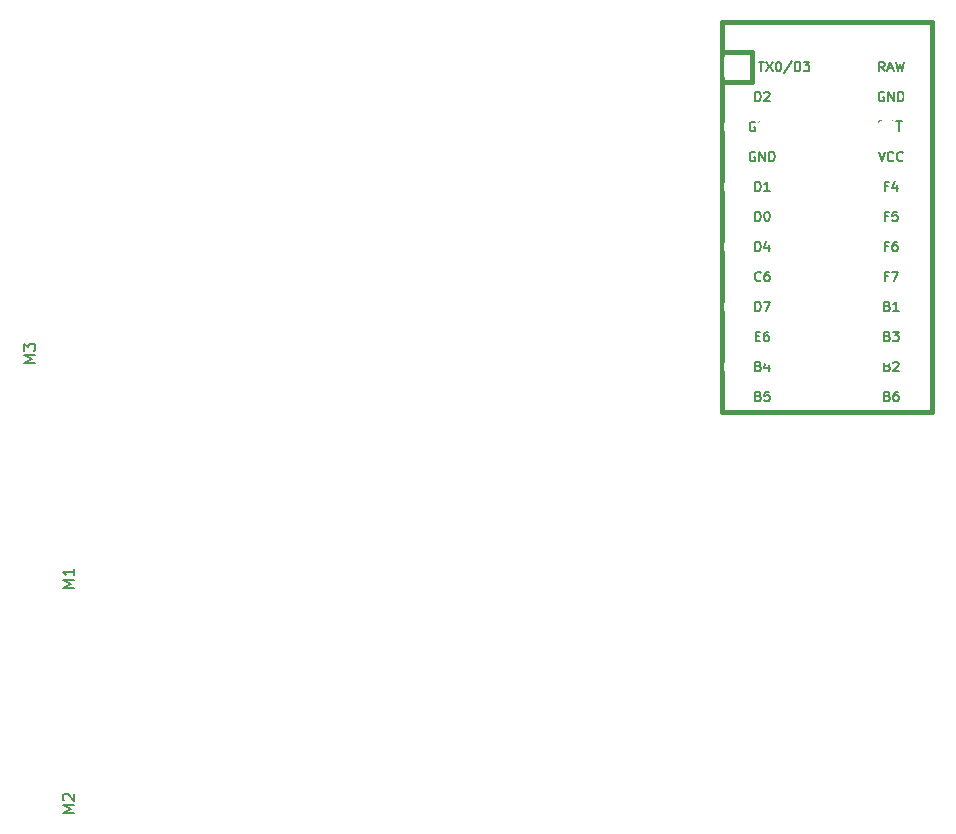
<source format=gto>
%TF.GenerationSoftware,KiCad,Pcbnew,(5.1.12)-1*%
%TF.CreationDate,2022-01-01T22:18:58-05:00*%
%TF.ProjectId,my-keeb-2,6d792d6b-6565-4622-9d32-2e6b69636164,rev?*%
%TF.SameCoordinates,Original*%
%TF.FileFunction,Legend,Top*%
%TF.FilePolarity,Positive*%
%FSLAX46Y46*%
G04 Gerber Fmt 4.6, Leading zero omitted, Abs format (unit mm)*
G04 Created by KiCad (PCBNEW (5.1.12)-1) date 2022-01-01 22:18:58*
%MOMM*%
%LPD*%
G01*
G04 APERTURE LIST*
%ADD10C,0.381000*%
%ADD11C,0.150000*%
%ADD12C,3.987800*%
%ADD13C,1.750000*%
%ADD14C,1.752600*%
%ADD15R,1.752600X1.752600*%
%ADD16R,1.600000X1.600000*%
%ADD17C,1.600000*%
G04 APERTURE END LIST*
D10*
%TO.C,U1*%
X168275000Y-15716250D02*
X165735000Y-15716250D01*
X165735000Y-13176250D02*
X165735000Y-15716250D01*
X183515000Y-13176250D02*
X165735000Y-13176250D01*
X183515000Y-15716250D02*
X183515000Y-13176250D01*
D11*
G36*
X179556568Y-22195610D02*
G01*
X179556568Y-22395610D01*
X179456568Y-22395610D01*
X179456568Y-22195610D01*
X179556568Y-22195610D01*
G37*
X179556568Y-22195610D02*
X179556568Y-22395610D01*
X179456568Y-22395610D01*
X179456568Y-22195610D01*
X179556568Y-22195610D01*
G36*
X179156568Y-21595610D02*
G01*
X179156568Y-22395610D01*
X179056568Y-22395610D01*
X179056568Y-21595610D01*
X179156568Y-21595610D01*
G37*
X179156568Y-21595610D02*
X179156568Y-22395610D01*
X179056568Y-22395610D01*
X179056568Y-21595610D01*
X179156568Y-21595610D01*
G36*
X179556568Y-21595610D02*
G01*
X179556568Y-21695610D01*
X179056568Y-21695610D01*
X179056568Y-21595610D01*
X179556568Y-21595610D01*
G37*
X179556568Y-21595610D02*
X179556568Y-21695610D01*
X179056568Y-21695610D01*
X179056568Y-21595610D01*
X179556568Y-21595610D01*
G36*
X179356568Y-21995610D02*
G01*
X179356568Y-22095610D01*
X179256568Y-22095610D01*
X179256568Y-21995610D01*
X179356568Y-21995610D01*
G37*
X179356568Y-21995610D02*
X179356568Y-22095610D01*
X179256568Y-22095610D01*
X179256568Y-21995610D01*
X179356568Y-21995610D01*
G36*
X179556568Y-21595610D02*
G01*
X179556568Y-21895610D01*
X179456568Y-21895610D01*
X179456568Y-21595610D01*
X179556568Y-21595610D01*
G37*
X179556568Y-21595610D02*
X179556568Y-21895610D01*
X179456568Y-21895610D01*
X179456568Y-21595610D01*
X179556568Y-21595610D01*
D10*
X168275000Y-18256250D02*
X165735000Y-18256250D01*
X168275000Y-15716250D02*
X168275000Y-18256250D01*
X183515000Y-46196250D02*
X183515000Y-15716250D01*
X165735000Y-46196250D02*
X183515000Y-46196250D01*
X165735000Y-15716250D02*
X165735000Y-46196250D01*
%TO.C,M3*%
D11*
X107640380Y-42084523D02*
X106640380Y-42084523D01*
X107354666Y-41751190D01*
X106640380Y-41417857D01*
X107640380Y-41417857D01*
X106640380Y-41036904D02*
X106640380Y-40417857D01*
X107021333Y-40751190D01*
X107021333Y-40608333D01*
X107068952Y-40513095D01*
X107116571Y-40465476D01*
X107211809Y-40417857D01*
X107449904Y-40417857D01*
X107545142Y-40465476D01*
X107592761Y-40513095D01*
X107640380Y-40608333D01*
X107640380Y-40894047D01*
X107592761Y-40989285D01*
X107545142Y-41036904D01*
%TO.C,M2*%
X110942380Y-80184523D02*
X109942380Y-80184523D01*
X110656666Y-79851190D01*
X109942380Y-79517857D01*
X110942380Y-79517857D01*
X110037619Y-79089285D02*
X109990000Y-79041666D01*
X109942380Y-78946428D01*
X109942380Y-78708333D01*
X109990000Y-78613095D01*
X110037619Y-78565476D01*
X110132857Y-78517857D01*
X110228095Y-78517857D01*
X110370952Y-78565476D01*
X110942380Y-79136904D01*
X110942380Y-78517857D01*
%TO.C,M1*%
X110942380Y-61134523D02*
X109942380Y-61134523D01*
X110656666Y-60801190D01*
X109942380Y-60467857D01*
X110942380Y-60467857D01*
X110942380Y-59467857D02*
X110942380Y-60039285D01*
X110942380Y-59753571D02*
X109942380Y-59753571D01*
X110085238Y-59848809D01*
X110180476Y-59944047D01*
X110228095Y-60039285D01*
%TO.C,U1*%
X168862651Y-16548154D02*
X169319794Y-16548154D01*
X169091223Y-17348154D02*
X169091223Y-16548154D01*
X169510270Y-16548154D02*
X170043604Y-17348154D01*
X170043604Y-16548154D02*
X169510270Y-17348154D01*
X170500747Y-16548154D02*
X170576937Y-16548154D01*
X170653128Y-16586250D01*
X170691223Y-16624345D01*
X170729318Y-16700535D01*
X170767413Y-16852916D01*
X170767413Y-17043392D01*
X170729318Y-17195773D01*
X170691223Y-17271964D01*
X170653128Y-17310059D01*
X170576937Y-17348154D01*
X170500747Y-17348154D01*
X170424556Y-17310059D01*
X170386461Y-17271964D01*
X170348366Y-17195773D01*
X170310270Y-17043392D01*
X170310270Y-16852916D01*
X170348366Y-16700535D01*
X170386461Y-16624345D01*
X170424556Y-16586250D01*
X170500747Y-16548154D01*
X171681699Y-16510059D02*
X170995985Y-17538630D01*
X171948366Y-17348154D02*
X171948366Y-16548154D01*
X172138842Y-16548154D01*
X172253128Y-16586250D01*
X172329318Y-16662440D01*
X172367413Y-16738630D01*
X172405508Y-16891011D01*
X172405508Y-17005297D01*
X172367413Y-17157678D01*
X172329318Y-17233869D01*
X172253128Y-17310059D01*
X172138842Y-17348154D01*
X171948366Y-17348154D01*
X172672175Y-16548154D02*
X173167413Y-16548154D01*
X172900747Y-16852916D01*
X173015032Y-16852916D01*
X173091223Y-16891011D01*
X173129318Y-16929107D01*
X173167413Y-17005297D01*
X173167413Y-17195773D01*
X173129318Y-17271964D01*
X173091223Y-17310059D01*
X173015032Y-17348154D01*
X172786461Y-17348154D01*
X172710270Y-17310059D01*
X172672175Y-17271964D01*
X168573523Y-19888154D02*
X168573523Y-19088154D01*
X168764000Y-19088154D01*
X168878285Y-19126250D01*
X168954476Y-19202440D01*
X168992571Y-19278630D01*
X169030666Y-19431011D01*
X169030666Y-19545297D01*
X168992571Y-19697678D01*
X168954476Y-19773869D01*
X168878285Y-19850059D01*
X168764000Y-19888154D01*
X168573523Y-19888154D01*
X169335428Y-19164345D02*
X169373523Y-19126250D01*
X169449714Y-19088154D01*
X169640190Y-19088154D01*
X169716380Y-19126250D01*
X169754476Y-19164345D01*
X169792571Y-19240535D01*
X169792571Y-19316726D01*
X169754476Y-19431011D01*
X169297333Y-19888154D01*
X169792571Y-19888154D01*
X168573523Y-30048154D02*
X168573523Y-29248154D01*
X168764000Y-29248154D01*
X168878285Y-29286250D01*
X168954476Y-29362440D01*
X168992571Y-29438630D01*
X169030666Y-29591011D01*
X169030666Y-29705297D01*
X168992571Y-29857678D01*
X168954476Y-29933869D01*
X168878285Y-30010059D01*
X168764000Y-30048154D01*
X168573523Y-30048154D01*
X169525904Y-29248154D02*
X169602095Y-29248154D01*
X169678285Y-29286250D01*
X169716380Y-29324345D01*
X169754476Y-29400535D01*
X169792571Y-29552916D01*
X169792571Y-29743392D01*
X169754476Y-29895773D01*
X169716380Y-29971964D01*
X169678285Y-30010059D01*
X169602095Y-30048154D01*
X169525904Y-30048154D01*
X169449714Y-30010059D01*
X169411619Y-29971964D01*
X169373523Y-29895773D01*
X169335428Y-29743392D01*
X169335428Y-29552916D01*
X169373523Y-29400535D01*
X169411619Y-29324345D01*
X169449714Y-29286250D01*
X169525904Y-29248154D01*
X168573523Y-27508154D02*
X168573523Y-26708154D01*
X168764000Y-26708154D01*
X168878285Y-26746250D01*
X168954476Y-26822440D01*
X168992571Y-26898630D01*
X169030666Y-27051011D01*
X169030666Y-27165297D01*
X168992571Y-27317678D01*
X168954476Y-27393869D01*
X168878285Y-27470059D01*
X168764000Y-27508154D01*
X168573523Y-27508154D01*
X169792571Y-27508154D02*
X169335428Y-27508154D01*
X169564000Y-27508154D02*
X169564000Y-26708154D01*
X169487809Y-26822440D01*
X169411619Y-26898630D01*
X169335428Y-26936726D01*
X168554476Y-24206250D02*
X168478285Y-24168154D01*
X168364000Y-24168154D01*
X168249714Y-24206250D01*
X168173523Y-24282440D01*
X168135428Y-24358630D01*
X168097333Y-24511011D01*
X168097333Y-24625297D01*
X168135428Y-24777678D01*
X168173523Y-24853869D01*
X168249714Y-24930059D01*
X168364000Y-24968154D01*
X168440190Y-24968154D01*
X168554476Y-24930059D01*
X168592571Y-24891964D01*
X168592571Y-24625297D01*
X168440190Y-24625297D01*
X168935428Y-24968154D02*
X168935428Y-24168154D01*
X169392571Y-24968154D01*
X169392571Y-24168154D01*
X169773523Y-24968154D02*
X169773523Y-24168154D01*
X169964000Y-24168154D01*
X170078285Y-24206250D01*
X170154476Y-24282440D01*
X170192571Y-24358630D01*
X170230666Y-24511011D01*
X170230666Y-24625297D01*
X170192571Y-24777678D01*
X170154476Y-24853869D01*
X170078285Y-24930059D01*
X169964000Y-24968154D01*
X169773523Y-24968154D01*
X168554476Y-21666250D02*
X168478285Y-21628154D01*
X168364000Y-21628154D01*
X168249714Y-21666250D01*
X168173523Y-21742440D01*
X168135428Y-21818630D01*
X168097333Y-21971011D01*
X168097333Y-22085297D01*
X168135428Y-22237678D01*
X168173523Y-22313869D01*
X168249714Y-22390059D01*
X168364000Y-22428154D01*
X168440190Y-22428154D01*
X168554476Y-22390059D01*
X168592571Y-22351964D01*
X168592571Y-22085297D01*
X168440190Y-22085297D01*
X168935428Y-22428154D02*
X168935428Y-21628154D01*
X169392571Y-22428154D01*
X169392571Y-21628154D01*
X169773523Y-22428154D02*
X169773523Y-21628154D01*
X169964000Y-21628154D01*
X170078285Y-21666250D01*
X170154476Y-21742440D01*
X170192571Y-21818630D01*
X170230666Y-21971011D01*
X170230666Y-22085297D01*
X170192571Y-22237678D01*
X170154476Y-22313869D01*
X170078285Y-22390059D01*
X169964000Y-22428154D01*
X169773523Y-22428154D01*
X168573523Y-32588154D02*
X168573523Y-31788154D01*
X168764000Y-31788154D01*
X168878285Y-31826250D01*
X168954476Y-31902440D01*
X168992571Y-31978630D01*
X169030666Y-32131011D01*
X169030666Y-32245297D01*
X168992571Y-32397678D01*
X168954476Y-32473869D01*
X168878285Y-32550059D01*
X168764000Y-32588154D01*
X168573523Y-32588154D01*
X169716380Y-32054821D02*
X169716380Y-32588154D01*
X169525904Y-31750059D02*
X169335428Y-32321488D01*
X169830666Y-32321488D01*
X169030666Y-35051964D02*
X168992571Y-35090059D01*
X168878285Y-35128154D01*
X168802095Y-35128154D01*
X168687809Y-35090059D01*
X168611619Y-35013869D01*
X168573523Y-34937678D01*
X168535428Y-34785297D01*
X168535428Y-34671011D01*
X168573523Y-34518630D01*
X168611619Y-34442440D01*
X168687809Y-34366250D01*
X168802095Y-34328154D01*
X168878285Y-34328154D01*
X168992571Y-34366250D01*
X169030666Y-34404345D01*
X169716380Y-34328154D02*
X169564000Y-34328154D01*
X169487809Y-34366250D01*
X169449714Y-34404345D01*
X169373523Y-34518630D01*
X169335428Y-34671011D01*
X169335428Y-34975773D01*
X169373523Y-35051964D01*
X169411619Y-35090059D01*
X169487809Y-35128154D01*
X169640190Y-35128154D01*
X169716380Y-35090059D01*
X169754476Y-35051964D01*
X169792571Y-34975773D01*
X169792571Y-34785297D01*
X169754476Y-34709107D01*
X169716380Y-34671011D01*
X169640190Y-34632916D01*
X169487809Y-34632916D01*
X169411619Y-34671011D01*
X169373523Y-34709107D01*
X169335428Y-34785297D01*
X168573523Y-37668154D02*
X168573523Y-36868154D01*
X168764000Y-36868154D01*
X168878285Y-36906250D01*
X168954476Y-36982440D01*
X168992571Y-37058630D01*
X169030666Y-37211011D01*
X169030666Y-37325297D01*
X168992571Y-37477678D01*
X168954476Y-37553869D01*
X168878285Y-37630059D01*
X168764000Y-37668154D01*
X168573523Y-37668154D01*
X169297333Y-36868154D02*
X169830666Y-36868154D01*
X169487809Y-37668154D01*
X168611619Y-39789107D02*
X168878285Y-39789107D01*
X168992571Y-40208154D02*
X168611619Y-40208154D01*
X168611619Y-39408154D01*
X168992571Y-39408154D01*
X169678285Y-39408154D02*
X169525904Y-39408154D01*
X169449714Y-39446250D01*
X169411619Y-39484345D01*
X169335428Y-39598630D01*
X169297333Y-39751011D01*
X169297333Y-40055773D01*
X169335428Y-40131964D01*
X169373523Y-40170059D01*
X169449714Y-40208154D01*
X169602095Y-40208154D01*
X169678285Y-40170059D01*
X169716380Y-40131964D01*
X169754476Y-40055773D01*
X169754476Y-39865297D01*
X169716380Y-39789107D01*
X169678285Y-39751011D01*
X169602095Y-39712916D01*
X169449714Y-39712916D01*
X169373523Y-39751011D01*
X169335428Y-39789107D01*
X169297333Y-39865297D01*
X168840190Y-42329107D02*
X168954476Y-42367202D01*
X168992571Y-42405297D01*
X169030666Y-42481488D01*
X169030666Y-42595773D01*
X168992571Y-42671964D01*
X168954476Y-42710059D01*
X168878285Y-42748154D01*
X168573523Y-42748154D01*
X168573523Y-41948154D01*
X168840190Y-41948154D01*
X168916380Y-41986250D01*
X168954476Y-42024345D01*
X168992571Y-42100535D01*
X168992571Y-42176726D01*
X168954476Y-42252916D01*
X168916380Y-42291011D01*
X168840190Y-42329107D01*
X168573523Y-42329107D01*
X169716380Y-42214821D02*
X169716380Y-42748154D01*
X169525904Y-41910059D02*
X169335428Y-42481488D01*
X169830666Y-42481488D01*
X168840190Y-44869107D02*
X168954476Y-44907202D01*
X168992571Y-44945297D01*
X169030666Y-45021488D01*
X169030666Y-45135773D01*
X168992571Y-45211964D01*
X168954476Y-45250059D01*
X168878285Y-45288154D01*
X168573523Y-45288154D01*
X168573523Y-44488154D01*
X168840190Y-44488154D01*
X168916380Y-44526250D01*
X168954476Y-44564345D01*
X168992571Y-44640535D01*
X168992571Y-44716726D01*
X168954476Y-44792916D01*
X168916380Y-44831011D01*
X168840190Y-44869107D01*
X168573523Y-44869107D01*
X169754476Y-44488154D02*
X169373523Y-44488154D01*
X169335428Y-44869107D01*
X169373523Y-44831011D01*
X169449714Y-44792916D01*
X169640190Y-44792916D01*
X169716380Y-44831011D01*
X169754476Y-44869107D01*
X169792571Y-44945297D01*
X169792571Y-45135773D01*
X169754476Y-45211964D01*
X169716380Y-45250059D01*
X169640190Y-45288154D01*
X169449714Y-45288154D01*
X169373523Y-45250059D01*
X169335428Y-45211964D01*
X179762190Y-44869107D02*
X179876476Y-44907202D01*
X179914571Y-44945297D01*
X179952666Y-45021488D01*
X179952666Y-45135773D01*
X179914571Y-45211964D01*
X179876476Y-45250059D01*
X179800285Y-45288154D01*
X179495523Y-45288154D01*
X179495523Y-44488154D01*
X179762190Y-44488154D01*
X179838380Y-44526250D01*
X179876476Y-44564345D01*
X179914571Y-44640535D01*
X179914571Y-44716726D01*
X179876476Y-44792916D01*
X179838380Y-44831011D01*
X179762190Y-44869107D01*
X179495523Y-44869107D01*
X180638380Y-44488154D02*
X180486000Y-44488154D01*
X180409809Y-44526250D01*
X180371714Y-44564345D01*
X180295523Y-44678630D01*
X180257428Y-44831011D01*
X180257428Y-45135773D01*
X180295523Y-45211964D01*
X180333619Y-45250059D01*
X180409809Y-45288154D01*
X180562190Y-45288154D01*
X180638380Y-45250059D01*
X180676476Y-45211964D01*
X180714571Y-45135773D01*
X180714571Y-44945297D01*
X180676476Y-44869107D01*
X180638380Y-44831011D01*
X180562190Y-44792916D01*
X180409809Y-44792916D01*
X180333619Y-44831011D01*
X180295523Y-44869107D01*
X180257428Y-44945297D01*
X179762190Y-39789107D02*
X179876476Y-39827202D01*
X179914571Y-39865297D01*
X179952666Y-39941488D01*
X179952666Y-40055773D01*
X179914571Y-40131964D01*
X179876476Y-40170059D01*
X179800285Y-40208154D01*
X179495523Y-40208154D01*
X179495523Y-39408154D01*
X179762190Y-39408154D01*
X179838380Y-39446250D01*
X179876476Y-39484345D01*
X179914571Y-39560535D01*
X179914571Y-39636726D01*
X179876476Y-39712916D01*
X179838380Y-39751011D01*
X179762190Y-39789107D01*
X179495523Y-39789107D01*
X180219333Y-39408154D02*
X180714571Y-39408154D01*
X180447904Y-39712916D01*
X180562190Y-39712916D01*
X180638380Y-39751011D01*
X180676476Y-39789107D01*
X180714571Y-39865297D01*
X180714571Y-40055773D01*
X180676476Y-40131964D01*
X180638380Y-40170059D01*
X180562190Y-40208154D01*
X180333619Y-40208154D01*
X180257428Y-40170059D01*
X180219333Y-40131964D01*
X179762190Y-37249107D02*
X179876476Y-37287202D01*
X179914571Y-37325297D01*
X179952666Y-37401488D01*
X179952666Y-37515773D01*
X179914571Y-37591964D01*
X179876476Y-37630059D01*
X179800285Y-37668154D01*
X179495523Y-37668154D01*
X179495523Y-36868154D01*
X179762190Y-36868154D01*
X179838380Y-36906250D01*
X179876476Y-36944345D01*
X179914571Y-37020535D01*
X179914571Y-37096726D01*
X179876476Y-37172916D01*
X179838380Y-37211011D01*
X179762190Y-37249107D01*
X179495523Y-37249107D01*
X180714571Y-37668154D02*
X180257428Y-37668154D01*
X180486000Y-37668154D02*
X180486000Y-36868154D01*
X180409809Y-36982440D01*
X180333619Y-37058630D01*
X180257428Y-37096726D01*
X179819333Y-27089107D02*
X179552666Y-27089107D01*
X179552666Y-27508154D02*
X179552666Y-26708154D01*
X179933619Y-26708154D01*
X180581238Y-26974821D02*
X180581238Y-27508154D01*
X180390761Y-26670059D02*
X180200285Y-27241488D01*
X180695523Y-27241488D01*
X179019333Y-24168154D02*
X179286000Y-24968154D01*
X179552666Y-24168154D01*
X180276476Y-24891964D02*
X180238380Y-24930059D01*
X180124095Y-24968154D01*
X180047904Y-24968154D01*
X179933619Y-24930059D01*
X179857428Y-24853869D01*
X179819333Y-24777678D01*
X179781238Y-24625297D01*
X179781238Y-24511011D01*
X179819333Y-24358630D01*
X179857428Y-24282440D01*
X179933619Y-24206250D01*
X180047904Y-24168154D01*
X180124095Y-24168154D01*
X180238380Y-24206250D01*
X180276476Y-24244345D01*
X181076476Y-24891964D02*
X181038380Y-24930059D01*
X180924095Y-24968154D01*
X180847904Y-24968154D01*
X180733619Y-24930059D01*
X180657428Y-24853869D01*
X180619333Y-24777678D01*
X180581238Y-24625297D01*
X180581238Y-24511011D01*
X180619333Y-24358630D01*
X180657428Y-24282440D01*
X180733619Y-24206250D01*
X180847904Y-24168154D01*
X180924095Y-24168154D01*
X181038380Y-24206250D01*
X181076476Y-24244345D01*
X179824786Y-22360059D02*
X179939072Y-22398154D01*
X180129548Y-22398154D01*
X180205739Y-22360059D01*
X180243834Y-22321964D01*
X180281929Y-22245773D01*
X180281929Y-22169583D01*
X180243834Y-22093392D01*
X180205739Y-22055297D01*
X180129548Y-22017202D01*
X179977167Y-21979107D01*
X179900977Y-21941011D01*
X179862881Y-21902916D01*
X179824786Y-21826726D01*
X179824786Y-21750535D01*
X179862881Y-21674345D01*
X179900977Y-21636250D01*
X179977167Y-21598154D01*
X180167643Y-21598154D01*
X180281929Y-21636250D01*
X180510500Y-21598154D02*
X180967643Y-21598154D01*
X180739072Y-22398154D02*
X180739072Y-21598154D01*
X179476476Y-19126250D02*
X179400285Y-19088154D01*
X179286000Y-19088154D01*
X179171714Y-19126250D01*
X179095523Y-19202440D01*
X179057428Y-19278630D01*
X179019333Y-19431011D01*
X179019333Y-19545297D01*
X179057428Y-19697678D01*
X179095523Y-19773869D01*
X179171714Y-19850059D01*
X179286000Y-19888154D01*
X179362190Y-19888154D01*
X179476476Y-19850059D01*
X179514571Y-19811964D01*
X179514571Y-19545297D01*
X179362190Y-19545297D01*
X179857428Y-19888154D02*
X179857428Y-19088154D01*
X180314571Y-19888154D01*
X180314571Y-19088154D01*
X180695523Y-19888154D02*
X180695523Y-19088154D01*
X180886000Y-19088154D01*
X181000285Y-19126250D01*
X181076476Y-19202440D01*
X181114571Y-19278630D01*
X181152666Y-19431011D01*
X181152666Y-19545297D01*
X181114571Y-19697678D01*
X181076476Y-19773869D01*
X181000285Y-19850059D01*
X180886000Y-19888154D01*
X180695523Y-19888154D01*
X179533619Y-17348154D02*
X179266952Y-16967202D01*
X179076476Y-17348154D02*
X179076476Y-16548154D01*
X179381238Y-16548154D01*
X179457428Y-16586250D01*
X179495523Y-16624345D01*
X179533619Y-16700535D01*
X179533619Y-16814821D01*
X179495523Y-16891011D01*
X179457428Y-16929107D01*
X179381238Y-16967202D01*
X179076476Y-16967202D01*
X179838380Y-17119583D02*
X180219333Y-17119583D01*
X179762190Y-17348154D02*
X180028857Y-16548154D01*
X180295523Y-17348154D01*
X180486000Y-16548154D02*
X180676476Y-17348154D01*
X180828857Y-16776726D01*
X180981238Y-17348154D01*
X181171714Y-16548154D01*
X179819333Y-29629107D02*
X179552666Y-29629107D01*
X179552666Y-30048154D02*
X179552666Y-29248154D01*
X179933619Y-29248154D01*
X180619333Y-29248154D02*
X180238380Y-29248154D01*
X180200285Y-29629107D01*
X180238380Y-29591011D01*
X180314571Y-29552916D01*
X180505047Y-29552916D01*
X180581238Y-29591011D01*
X180619333Y-29629107D01*
X180657428Y-29705297D01*
X180657428Y-29895773D01*
X180619333Y-29971964D01*
X180581238Y-30010059D01*
X180505047Y-30048154D01*
X180314571Y-30048154D01*
X180238380Y-30010059D01*
X180200285Y-29971964D01*
X179819333Y-32169107D02*
X179552666Y-32169107D01*
X179552666Y-32588154D02*
X179552666Y-31788154D01*
X179933619Y-31788154D01*
X180581238Y-31788154D02*
X180428857Y-31788154D01*
X180352666Y-31826250D01*
X180314571Y-31864345D01*
X180238380Y-31978630D01*
X180200285Y-32131011D01*
X180200285Y-32435773D01*
X180238380Y-32511964D01*
X180276476Y-32550059D01*
X180352666Y-32588154D01*
X180505047Y-32588154D01*
X180581238Y-32550059D01*
X180619333Y-32511964D01*
X180657428Y-32435773D01*
X180657428Y-32245297D01*
X180619333Y-32169107D01*
X180581238Y-32131011D01*
X180505047Y-32092916D01*
X180352666Y-32092916D01*
X180276476Y-32131011D01*
X180238380Y-32169107D01*
X180200285Y-32245297D01*
X179819333Y-34709107D02*
X179552666Y-34709107D01*
X179552666Y-35128154D02*
X179552666Y-34328154D01*
X179933619Y-34328154D01*
X180162190Y-34328154D02*
X180695523Y-34328154D01*
X180352666Y-35128154D01*
X179762190Y-42329107D02*
X179876476Y-42367202D01*
X179914571Y-42405297D01*
X179952666Y-42481488D01*
X179952666Y-42595773D01*
X179914571Y-42671964D01*
X179876476Y-42710059D01*
X179800285Y-42748154D01*
X179495523Y-42748154D01*
X179495523Y-41948154D01*
X179762190Y-41948154D01*
X179838380Y-41986250D01*
X179876476Y-42024345D01*
X179914571Y-42100535D01*
X179914571Y-42176726D01*
X179876476Y-42252916D01*
X179838380Y-42291011D01*
X179762190Y-42329107D01*
X179495523Y-42329107D01*
X180257428Y-42024345D02*
X180295523Y-41986250D01*
X180371714Y-41948154D01*
X180562190Y-41948154D01*
X180638380Y-41986250D01*
X180676476Y-42024345D01*
X180714571Y-42100535D01*
X180714571Y-42176726D01*
X180676476Y-42291011D01*
X180219333Y-42748154D01*
X180714571Y-42748154D01*
%TD*%
%LPC*%
D12*
%TO.C,MX38*%
X165100000Y-98425000D03*
D13*
X160020000Y-98425000D03*
X170180000Y-98425000D03*
%TD*%
%TO.C,M3*%
G36*
G01*
X109715300Y-36772850D02*
X109715300Y-37649150D01*
G75*
G02*
X109277150Y-38087300I-438150J0D01*
G01*
X108400850Y-38087300D01*
G75*
G02*
X107962700Y-37649150I0J438150D01*
G01*
X107962700Y-36772850D01*
G75*
G02*
X108400850Y-36334700I438150J0D01*
G01*
X109277150Y-36334700D01*
G75*
G02*
X109715300Y-36772850I0J-438150D01*
G01*
G37*
G36*
G01*
X109715300Y-38804850D02*
X109715300Y-39681150D01*
G75*
G02*
X109277150Y-40119300I-438150J0D01*
G01*
X108400850Y-40119300D01*
G75*
G02*
X107962700Y-39681150I0J438150D01*
G01*
X107962700Y-38804850D01*
G75*
G02*
X108400850Y-38366700I438150J0D01*
G01*
X109277150Y-38366700D01*
G75*
G02*
X109715300Y-38804850I0J-438150D01*
G01*
G37*
G36*
G01*
X109715300Y-40836850D02*
X109715300Y-41713150D01*
G75*
G02*
X109277150Y-42151300I-438150J0D01*
G01*
X108400850Y-42151300D01*
G75*
G02*
X107962700Y-41713150I0J438150D01*
G01*
X107962700Y-40836850D01*
G75*
G02*
X108400850Y-40398700I438150J0D01*
G01*
X109277150Y-40398700D01*
G75*
G02*
X109715300Y-40836850I0J-438150D01*
G01*
G37*
G36*
G01*
X109715300Y-42868850D02*
X109715300Y-43745150D01*
G75*
G02*
X109277150Y-44183300I-438150J0D01*
G01*
X108400850Y-44183300D01*
G75*
G02*
X107962700Y-43745150I0J438150D01*
G01*
X107962700Y-42868850D01*
G75*
G02*
X108400850Y-42430700I438150J0D01*
G01*
X109277150Y-42430700D01*
G75*
G02*
X109715300Y-42868850I0J-438150D01*
G01*
G37*
G36*
G01*
X109715300Y-44900850D02*
X109715300Y-45777150D01*
G75*
G02*
X109277150Y-46215300I-438150J0D01*
G01*
X108400850Y-46215300D01*
G75*
G02*
X107962700Y-45777150I0J438150D01*
G01*
X107962700Y-44900850D01*
G75*
G02*
X108400850Y-44462700I438150J0D01*
G01*
X109277150Y-44462700D01*
G75*
G02*
X109715300Y-44900850I0J-438150D01*
G01*
G37*
%TD*%
%TO.C,M2*%
G36*
G01*
X107962700Y-83877150D02*
X107962700Y-83000850D01*
G75*
G02*
X108400850Y-82562700I438150J0D01*
G01*
X109277150Y-82562700D01*
G75*
G02*
X109715300Y-83000850I0J-438150D01*
G01*
X109715300Y-83877150D01*
G75*
G02*
X109277150Y-84315300I-438150J0D01*
G01*
X108400850Y-84315300D01*
G75*
G02*
X107962700Y-83877150I0J438150D01*
G01*
G37*
G36*
G01*
X107962700Y-81845150D02*
X107962700Y-80968850D01*
G75*
G02*
X108400850Y-80530700I438150J0D01*
G01*
X109277150Y-80530700D01*
G75*
G02*
X109715300Y-80968850I0J-438150D01*
G01*
X109715300Y-81845150D01*
G75*
G02*
X109277150Y-82283300I-438150J0D01*
G01*
X108400850Y-82283300D01*
G75*
G02*
X107962700Y-81845150I0J438150D01*
G01*
G37*
G36*
G01*
X107962700Y-79813150D02*
X107962700Y-78936850D01*
G75*
G02*
X108400850Y-78498700I438150J0D01*
G01*
X109277150Y-78498700D01*
G75*
G02*
X109715300Y-78936850I0J-438150D01*
G01*
X109715300Y-79813150D01*
G75*
G02*
X109277150Y-80251300I-438150J0D01*
G01*
X108400850Y-80251300D01*
G75*
G02*
X107962700Y-79813150I0J438150D01*
G01*
G37*
G36*
G01*
X107962700Y-77781150D02*
X107962700Y-76904850D01*
G75*
G02*
X108400850Y-76466700I438150J0D01*
G01*
X109277150Y-76466700D01*
G75*
G02*
X109715300Y-76904850I0J-438150D01*
G01*
X109715300Y-77781150D01*
G75*
G02*
X109277150Y-78219300I-438150J0D01*
G01*
X108400850Y-78219300D01*
G75*
G02*
X107962700Y-77781150I0J438150D01*
G01*
G37*
G36*
G01*
X107962700Y-75749150D02*
X107962700Y-74872850D01*
G75*
G02*
X108400850Y-74434700I438150J0D01*
G01*
X109277150Y-74434700D01*
G75*
G02*
X109715300Y-74872850I0J-438150D01*
G01*
X109715300Y-75749150D01*
G75*
G02*
X109277150Y-76187300I-438150J0D01*
G01*
X108400850Y-76187300D01*
G75*
G02*
X107962700Y-75749150I0J438150D01*
G01*
G37*
%TD*%
%TO.C,M1*%
G36*
G01*
X107962700Y-64827150D02*
X107962700Y-63950850D01*
G75*
G02*
X108400850Y-63512700I438150J0D01*
G01*
X109277150Y-63512700D01*
G75*
G02*
X109715300Y-63950850I0J-438150D01*
G01*
X109715300Y-64827150D01*
G75*
G02*
X109277150Y-65265300I-438150J0D01*
G01*
X108400850Y-65265300D01*
G75*
G02*
X107962700Y-64827150I0J438150D01*
G01*
G37*
G36*
G01*
X107962700Y-62795150D02*
X107962700Y-61918850D01*
G75*
G02*
X108400850Y-61480700I438150J0D01*
G01*
X109277150Y-61480700D01*
G75*
G02*
X109715300Y-61918850I0J-438150D01*
G01*
X109715300Y-62795150D01*
G75*
G02*
X109277150Y-63233300I-438150J0D01*
G01*
X108400850Y-63233300D01*
G75*
G02*
X107962700Y-62795150I0J438150D01*
G01*
G37*
G36*
G01*
X107962700Y-60763150D02*
X107962700Y-59886850D01*
G75*
G02*
X108400850Y-59448700I438150J0D01*
G01*
X109277150Y-59448700D01*
G75*
G02*
X109715300Y-59886850I0J-438150D01*
G01*
X109715300Y-60763150D01*
G75*
G02*
X109277150Y-61201300I-438150J0D01*
G01*
X108400850Y-61201300D01*
G75*
G02*
X107962700Y-60763150I0J438150D01*
G01*
G37*
G36*
G01*
X107962700Y-58731150D02*
X107962700Y-57854850D01*
G75*
G02*
X108400850Y-57416700I438150J0D01*
G01*
X109277150Y-57416700D01*
G75*
G02*
X109715300Y-57854850I0J-438150D01*
G01*
X109715300Y-58731150D01*
G75*
G02*
X109277150Y-59169300I-438150J0D01*
G01*
X108400850Y-59169300D01*
G75*
G02*
X107962700Y-58731150I0J438150D01*
G01*
G37*
G36*
G01*
X107962700Y-56699150D02*
X107962700Y-55822850D01*
G75*
G02*
X108400850Y-55384700I438150J0D01*
G01*
X109277150Y-55384700D01*
G75*
G02*
X109715300Y-55822850I0J-438150D01*
G01*
X109715300Y-56699150D01*
G75*
G02*
X109277150Y-57137300I-438150J0D01*
G01*
X108400850Y-57137300D01*
G75*
G02*
X107962700Y-56699150I0J438150D01*
G01*
G37*
%TD*%
D14*
%TO.C,U1*%
X182473600Y-16986250D03*
X167233600Y-44926250D03*
X182016400Y-19526250D03*
X182473600Y-22066250D03*
X182016400Y-24606250D03*
X182473600Y-27146250D03*
X182016400Y-29686250D03*
X182473600Y-32226250D03*
X182016400Y-34766250D03*
X182473600Y-37306250D03*
X182016400Y-39846250D03*
X182473600Y-42386250D03*
X182016400Y-44926250D03*
X166776400Y-42386250D03*
X167233600Y-39846250D03*
X166776400Y-37306250D03*
X167233600Y-34766250D03*
X166776400Y-32226250D03*
X167233600Y-29686250D03*
X166776400Y-27146250D03*
X167233600Y-24606250D03*
X166776400Y-22066250D03*
X167233600Y-19526250D03*
D15*
X166776400Y-16986250D03*
%TD*%
D12*
%TO.C,MX25*%
X117475000Y-41275000D03*
D13*
X112395000Y-41275000D03*
X122555000Y-41275000D03*
%TD*%
D12*
%TO.C,MX28*%
X122237500Y-98425000D03*
D13*
X117157500Y-98425000D03*
X127317500Y-98425000D03*
%TD*%
D12*
%TO.C,MX46*%
X193675000Y-79375000D03*
D13*
X188595000Y-79375000D03*
X198755000Y-79375000D03*
%TD*%
D12*
%TO.C,MX45*%
X193675000Y-60325000D03*
D13*
X188595000Y-60325000D03*
X198755000Y-60325000D03*
%TD*%
D12*
%TO.C,MX44*%
X193675000Y-41275000D03*
D13*
X188595000Y-41275000D03*
X198755000Y-41275000D03*
%TD*%
D12*
%TO.C,MX43*%
X193675000Y-22225000D03*
D13*
X188595000Y-22225000D03*
X198755000Y-22225000D03*
%TD*%
D12*
%TO.C,MX42*%
X174625000Y-79375000D03*
D13*
X169545000Y-79375000D03*
X179705000Y-79375000D03*
%TD*%
D12*
%TO.C,MX41*%
X174625000Y-60325000D03*
D13*
X169545000Y-60325000D03*
X179705000Y-60325000D03*
%TD*%
D12*
%TO.C,MX40*%
X174625000Y-41275000D03*
D13*
X169545000Y-41275000D03*
X179705000Y-41275000D03*
%TD*%
D12*
%TO.C,MX39*%
X174625000Y-22225000D03*
D13*
X169545000Y-22225000D03*
X179705000Y-22225000D03*
%TD*%
D12*
%TO.C,MX37*%
X155575000Y-79375000D03*
D13*
X150495000Y-79375000D03*
X160655000Y-79375000D03*
%TD*%
D12*
%TO.C,MX36*%
X155575000Y-60325000D03*
D13*
X150495000Y-60325000D03*
X160655000Y-60325000D03*
%TD*%
D12*
%TO.C,MX35*%
X155575000Y-41275000D03*
D13*
X150495000Y-41275000D03*
X160655000Y-41275000D03*
%TD*%
D12*
%TO.C,MX34*%
X155575000Y-22225000D03*
D13*
X150495000Y-22225000D03*
X160655000Y-22225000D03*
%TD*%
D12*
%TO.C,MX33*%
X146050000Y-98425000D03*
D13*
X140970000Y-98425000D03*
X151130000Y-98425000D03*
%TD*%
D12*
%TO.C,MX32*%
X136525000Y-79375000D03*
D13*
X131445000Y-79375000D03*
X141605000Y-79375000D03*
%TD*%
D12*
%TO.C,MX31*%
X136525000Y-60325000D03*
D13*
X131445000Y-60325000D03*
X141605000Y-60325000D03*
%TD*%
D12*
%TO.C,MX30*%
X136525000Y-41275000D03*
D13*
X131445000Y-41275000D03*
X141605000Y-41275000D03*
%TD*%
D12*
%TO.C,MX29*%
X136525000Y-22225000D03*
D13*
X131445000Y-22225000D03*
X141605000Y-22225000D03*
%TD*%
D12*
%TO.C,MX27*%
X117475000Y-79375000D03*
D13*
X112395000Y-79375000D03*
X122555000Y-79375000D03*
%TD*%
D12*
%TO.C,MX26*%
X117475000Y-60325000D03*
D13*
X112395000Y-60325000D03*
X122555000Y-60325000D03*
%TD*%
D12*
%TO.C,MX24*%
X117475000Y-22225000D03*
D13*
X112395000Y-22225000D03*
X122555000Y-22225000D03*
%TD*%
D16*
%TO.C,D46*%
X201612500Y-83275000D03*
D17*
X201612500Y-75475000D03*
%TD*%
D16*
%TO.C,D45*%
X201612500Y-64225000D03*
D17*
X201612500Y-56425000D03*
%TD*%
D16*
%TO.C,D44*%
X201612500Y-45175000D03*
D17*
X201612500Y-37375000D03*
%TD*%
D16*
%TO.C,D43*%
X201612500Y-26125000D03*
D17*
X201612500Y-18325000D03*
%TD*%
D16*
%TO.C,D42*%
X182562500Y-83272000D03*
D17*
X182562500Y-75472000D03*
%TD*%
D16*
%TO.C,D41*%
X182562500Y-64225000D03*
D17*
X182562500Y-56425000D03*
%TD*%
D16*
%TO.C,D40*%
X170725000Y-49212500D03*
D17*
X178525000Y-49212500D03*
%TD*%
D16*
%TO.C,D39*%
X170725000Y-30162500D03*
D17*
X178525000Y-30162500D03*
%TD*%
D16*
%TO.C,D38*%
X157162500Y-102325000D03*
D17*
X157162500Y-94525000D03*
%TD*%
D16*
%TO.C,D37*%
X163512500Y-83275000D03*
D17*
X163512500Y-75475000D03*
%TD*%
D16*
%TO.C,D36*%
X163512500Y-64225000D03*
D17*
X163512500Y-56425000D03*
%TD*%
D16*
%TO.C,D35*%
X163512500Y-45175000D03*
D17*
X163512500Y-37375000D03*
%TD*%
D16*
%TO.C,D34*%
X163512500Y-26125000D03*
D17*
X163512500Y-18325000D03*
%TD*%
D16*
%TO.C,D33*%
X153987500Y-102325000D03*
D17*
X153987500Y-94525000D03*
%TD*%
D16*
%TO.C,D32*%
X144462500Y-83275000D03*
D17*
X144462500Y-75475000D03*
%TD*%
D16*
%TO.C,D31*%
X144462500Y-64225000D03*
D17*
X144462500Y-56425000D03*
%TD*%
D16*
%TO.C,D30*%
X144462500Y-45175000D03*
D17*
X144462500Y-37375000D03*
%TD*%
D16*
%TO.C,D29*%
X144462500Y-26125000D03*
D17*
X144462500Y-18325000D03*
%TD*%
D16*
%TO.C,D28*%
X130175000Y-102325000D03*
D17*
X130175000Y-94525000D03*
%TD*%
D16*
%TO.C,D27*%
X125412500Y-83275000D03*
D17*
X125412500Y-75475000D03*
%TD*%
D16*
%TO.C,D26*%
X125412500Y-64225000D03*
D17*
X125412500Y-56425000D03*
%TD*%
D16*
%TO.C,D25*%
X114368750Y-49212500D03*
D17*
X122168750Y-49212500D03*
%TD*%
D16*
%TO.C,D24*%
X125412500Y-26125000D03*
D17*
X125412500Y-18325000D03*
%TD*%
M02*

</source>
